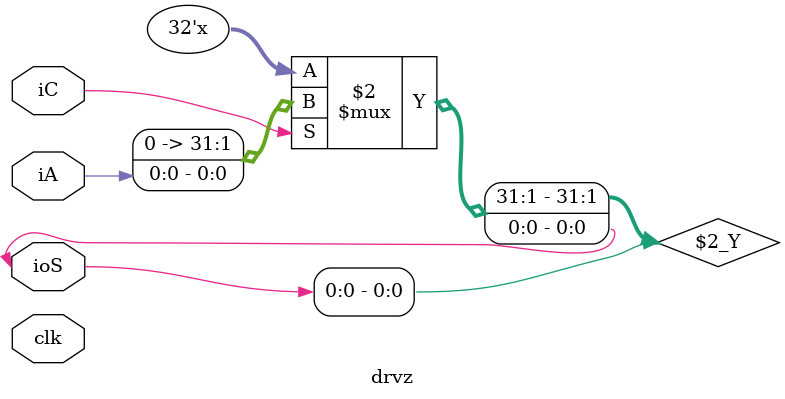
<source format=v>
module  drvz( clk, iA, iC, ioS );
    input   clk, iA, iC ;
    inout   ioS ;
    assign  ioS = (iC) ? iA : 'bz ;
endmodule
</source>
